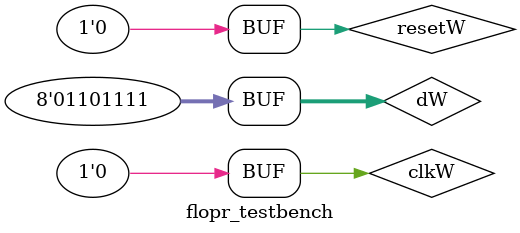
<source format=sv>

module flopr #(parameter WIDTH = 8)(
					input logic clk, reset,
					input logic [WIDTH-1:0] d,
					output logic [WIDTH-1:0] q
		);

		always_ff @(posedge clk, posedge reset)
			if (reset) q <= 0;
			else q <= d;
endmodule

module flopr_testbench;

		  logic clkW; 
		  logic resetW; 
		  logic [7:0] dW;
		  logic [7:0] qW;

	flopr#(8) flipflop_test(
				.clk(clkW), 
				.reset(resetW), 
				.d(dW),
				.q(qW)
		);


initial begin
	resetW <= 1;
	#2;
	resetW <= 0;
	#8;
	dW <= 4;
	#10;
	dW <= 8;
	#10;
	dW <= 12;
	#10;
	dW <= 16;
	#10;
	resetW <= 1;
	dW <= 111;
	#2;
	resetW <= 0;
	#8;
	
	

end

always begin
	clkW <= 1; #5; clkW <= 0; #5;
end

endmodule
</source>
